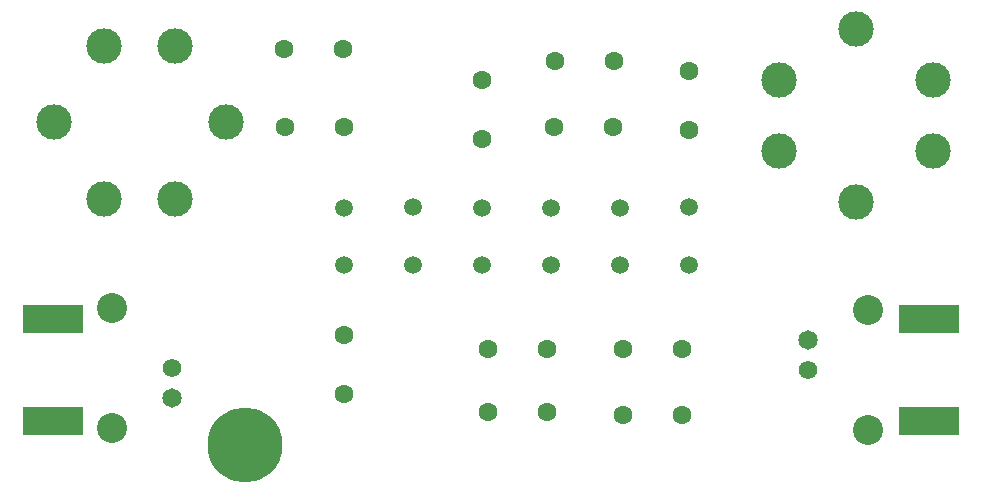
<source format=gbr>
G04 #@! TF.GenerationSoftware,KiCad,Pcbnew,(5.1.10)-1*
G04 #@! TF.CreationDate,2021-08-30T15:41:29-04:00*
G04 #@! TF.ProjectId,SSB6,53534236-2e6b-4696-9361-645f70636258,1*
G04 #@! TF.SameCoordinates,Original*
G04 #@! TF.FileFunction,Soldermask,Bot*
G04 #@! TF.FilePolarity,Negative*
%FSLAX46Y46*%
G04 Gerber Fmt 4.6, Leading zero omitted, Abs format (unit mm)*
G04 Created by KiCad (PCBNEW (5.1.10)-1) date 2021-08-30 15:41:29*
%MOMM*%
%LPD*%
G01*
G04 APERTURE LIST*
%ADD10C,6.350000*%
%ADD11C,1.574800*%
%ADD12C,1.651000*%
%ADD13C,2.540000*%
%ADD14R,5.080000X2.413000*%
%ADD15C,1.600000*%
%ADD16C,1.500000*%
%ADD17C,3.000000*%
G04 APERTURE END LIST*
D10*
X51582000Y-85102400D03*
D11*
X45359000Y-78625400D03*
D12*
X45359000Y-81165400D03*
D13*
X40279000Y-83705400D03*
X40279000Y-73545400D03*
X104287000Y-83832400D03*
X104287000Y-73672400D03*
D12*
X99207000Y-76212400D03*
D11*
X99207000Y-78752400D03*
D14*
X35326000Y-74434400D03*
X35326000Y-83070400D03*
X109494000Y-83070400D03*
X109494000Y-74434400D03*
D15*
X54884000Y-51574400D03*
X59884000Y-51574400D03*
X54964000Y-58178400D03*
X59964000Y-58178400D03*
X59964000Y-80784400D03*
X59964000Y-75784400D03*
X71648000Y-59194400D03*
X71648000Y-54194400D03*
X77156000Y-76974400D03*
X72156000Y-76974400D03*
X77156000Y-82308400D03*
X72156000Y-82308400D03*
X82744000Y-58178400D03*
X77744000Y-58178400D03*
X82824000Y-52590400D03*
X77824000Y-52590400D03*
X83586000Y-82562400D03*
X88586000Y-82562400D03*
X83586000Y-76974400D03*
X88586000Y-76974400D03*
X89174000Y-53432400D03*
X89174000Y-58432400D03*
D16*
X59964000Y-65036400D03*
X59964000Y-69916400D03*
X71648000Y-65036400D03*
X71648000Y-69916400D03*
X77490000Y-69916400D03*
X77490000Y-65036400D03*
X83332000Y-65036400D03*
X83332000Y-69916400D03*
X89174000Y-64982400D03*
X89174000Y-69862400D03*
X65806000Y-69862400D03*
X65806000Y-64982400D03*
D17*
X49944000Y-57820400D03*
X35344000Y-57820400D03*
X45644000Y-64320400D03*
X45644000Y-51320400D03*
X39644000Y-64320400D03*
X39644000Y-51320400D03*
X96794000Y-60210400D03*
X109794000Y-60210400D03*
X96794000Y-54210400D03*
X109794000Y-54210400D03*
X103294000Y-64510400D03*
X103294000Y-49910400D03*
M02*

</source>
